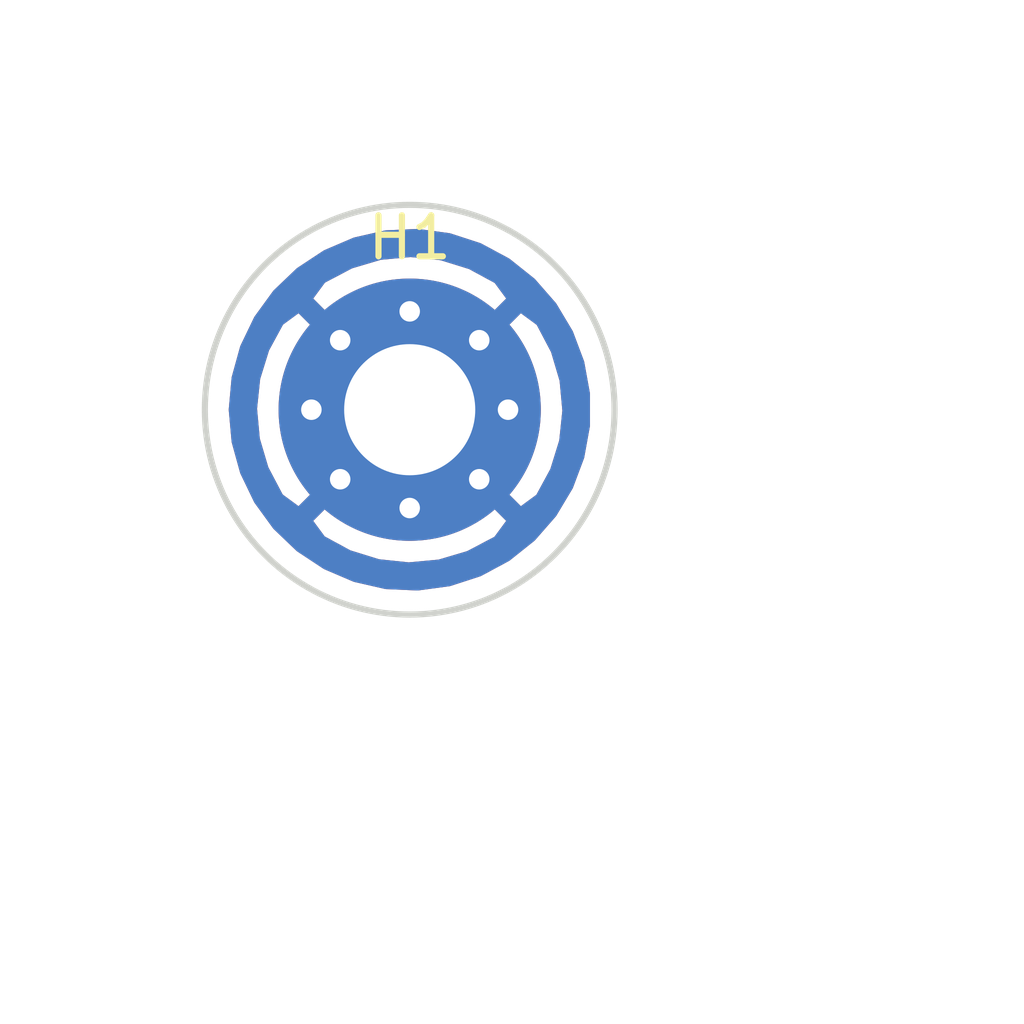
<source format=kicad_pcb>
(kicad_pcb (version 20171130) (host pcbnew "(5.1.6)-1")

  (general
    (thickness 1.6)
    (drawings 1)
    (tracks 0)
    (zones 0)
    (modules 1)
    (nets 2)
  )

  (page A4)
  (layers
    (0 F.Cu signal)
    (31 B.Cu signal)
    (32 B.Adhes user hide)
    (33 F.Adhes user hide)
    (34 B.Paste user hide)
    (35 F.Paste user hide)
    (36 B.SilkS user)
    (37 F.SilkS user)
    (38 B.Mask user)
    (39 F.Mask user)
    (40 Dwgs.User user)
    (41 Cmts.User user)
    (42 Eco1.User user)
    (43 Eco2.User user)
    (44 Edge.Cuts user)
    (45 Margin user hide)
    (46 B.CrtYd user hide)
    (47 F.CrtYd user hide)
    (48 B.Fab user hide)
    (49 F.Fab user hide)
  )

  (setup
    (last_trace_width 0.5)
    (trace_clearance 0.3)
    (zone_clearance 0.508)
    (zone_45_only no)
    (trace_min 0.2)
    (via_size 1)
    (via_drill 0.6)
    (via_min_size 0.4)
    (via_min_drill 0.3)
    (uvia_size 0.3)
    (uvia_drill 0.1)
    (uvias_allowed no)
    (uvia_min_size 0.2)
    (uvia_min_drill 0.1)
    (edge_width 0.05)
    (segment_width 0.2)
    (pcb_text_width 0.3)
    (pcb_text_size 1.5 1.5)
    (mod_edge_width 0.12)
    (mod_text_size 1 1)
    (mod_text_width 0.15)
    (pad_size 8.5 8.5)
    (pad_drill 4.3)
    (pad_to_mask_clearance 0.05)
    (aux_axis_origin 0 0)
    (visible_elements 7FFFFF7F)
    (pcbplotparams
      (layerselection 0x310fc_ffffffff)
      (usegerberextensions false)
      (usegerberattributes true)
      (usegerberadvancedattributes true)
      (creategerberjobfile false)
      (excludeedgelayer false)
      (linewidth 0.100000)
      (plotframeref false)
      (viasonmask false)
      (mode 1)
      (useauxorigin true)
      (hpglpennumber 1)
      (hpglpenspeed 20)
      (hpglpendiameter 15.000000)
      (psnegative false)
      (psa4output false)
      (plotreference true)
      (plotvalue true)
      (plotinvisibletext false)
      (padsonsilk true)
      (subtractmaskfromsilk false)
      (outputformat 1)
      (mirror false)
      (drillshape 0)
      (scaleselection 1)
      (outputdirectory "gerbers/"))
  )

  (net 0 "")
  (net 1 GND)

  (net_class Default "This is the default net class."
    (clearance 0.3)
    (trace_width 0.5)
    (via_dia 1)
    (via_drill 0.6)
    (uvia_dia 0.3)
    (uvia_drill 0.1)
    (add_net GND)
  )

  (module MountingHole:MountingHole_3.2mm_M3_Pad_Via (layer F.Cu) (tedit 56DDBCCA) (tstamp 5FCD6E3F)
    (at 105 60)
    (descr "Mounting Hole 3.2mm, M3")
    (tags "mounting hole 3.2mm m3")
    (path /5FCC1D68)
    (attr virtual)
    (fp_text reference H1 (at 0 -4.2) (layer F.SilkS)
      (effects (font (size 1 1) (thickness 0.15)))
    )
    (fp_text value MountingHole_Pad (at 0 4.2) (layer F.Fab)
      (effects (font (size 1 1) (thickness 0.15)))
    )
    (fp_circle (center 0 0) (end 3.45 0) (layer F.CrtYd) (width 0.05))
    (fp_circle (center 0 0) (end 3.2 0) (layer Cmts.User) (width 0.15))
    (fp_text user %R (at 0.3 0) (layer F.Fab)
      (effects (font (size 1 1) (thickness 0.15)))
    )
    (pad 1 thru_hole circle (at 0 0) (size 6.4 6.4) (drill 3.2) (layers *.Cu *.Mask)
      (net 1 GND))
    (pad 1 thru_hole circle (at 2.4 0) (size 0.8 0.8) (drill 0.5) (layers *.Cu *.Mask)
      (net 1 GND))
    (pad 1 thru_hole circle (at 1.697056 1.697056) (size 0.8 0.8) (drill 0.5) (layers *.Cu *.Mask)
      (net 1 GND))
    (pad 1 thru_hole circle (at 0 2.4) (size 0.8 0.8) (drill 0.5) (layers *.Cu *.Mask)
      (net 1 GND))
    (pad 1 thru_hole circle (at -1.697056 1.697056) (size 0.8 0.8) (drill 0.5) (layers *.Cu *.Mask)
      (net 1 GND))
    (pad 1 thru_hole circle (at -2.4 0) (size 0.8 0.8) (drill 0.5) (layers *.Cu *.Mask)
      (net 1 GND))
    (pad 1 thru_hole circle (at -1.697056 -1.697056) (size 0.8 0.8) (drill 0.5) (layers *.Cu *.Mask)
      (net 1 GND))
    (pad 1 thru_hole circle (at 0 -2.4) (size 0.8 0.8) (drill 0.5) (layers *.Cu *.Mask)
      (net 1 GND))
    (pad 1 thru_hole circle (at 1.697056 -1.697056) (size 0.8 0.8) (drill 0.5) (layers *.Cu *.Mask)
      (net 1 GND))
  )

  (gr_circle (center 105 60) (end 110 60) (layer Edge.Cuts) (width 0.15))

  (zone (net 1) (net_name GND) (layer F.Cu) (tstamp 5FCD1D68) (hatch edge 0.508)
    (connect_pads (clearance 0.508))
    (min_thickness 0.254)
    (fill yes (arc_segments 32) (thermal_gap 0.508) (thermal_bridge_width 0.508))
    (polygon
      (pts
        (xy 120 75) (xy 95 75) (xy 95 50) (xy 120 50)
      )
    )
    (filled_polygon
      (pts
        (xy 105.954615 55.817559) (xy 106.686077 56.055226) (xy 107.363348 56.419681) (xy 107.964659 56.89921) (xy 108.470683 57.478401)
        (xy 108.865156 58.138639) (xy 109.135401 58.858702) (xy 109.27273 59.615447) (xy 109.27273 60.384553) (xy 109.135401 61.141298)
        (xy 108.865156 61.861361) (xy 108.470683 62.521599) (xy 107.964659 63.10079) (xy 107.363348 63.580319) (xy 106.686077 63.944774)
        (xy 105.954615 64.182441) (xy 105.19247 64.28568) (xy 104.424139 64.251174) (xy 103.674317 64.080032) (xy 102.967103 63.777755)
        (xy 102.325229 63.354057) (xy 101.769323 62.822557) (xy 101.680921 62.700881) (xy 102.478724 62.700881) (xy 102.838912 63.190548)
        (xy 103.502882 63.550849) (xy 104.224385 63.774694) (xy 104.975695 63.85348) (xy 105.727938 63.784178) (xy 106.452208 63.569452)
        (xy 107.12067 63.217555) (xy 107.161088 63.190548) (xy 107.521276 62.700881) (xy 105 60.179605) (xy 102.478724 62.700881)
        (xy 101.680921 62.700881) (xy 101.317255 62.200338) (xy 100.983552 61.507398) (xy 100.778942 60.766009) (xy 100.71 60)
        (xy 100.712187 59.975695) (xy 101.14652 59.975695) (xy 101.215822 60.727938) (xy 101.430548 61.452208) (xy 101.782445 62.12067)
        (xy 101.809452 62.161088) (xy 102.299119 62.521276) (xy 104.820395 60) (xy 105.179605 60) (xy 107.700881 62.521276)
        (xy 108.190548 62.161088) (xy 108.550849 61.497118) (xy 108.774694 60.775615) (xy 108.85348 60.024305) (xy 108.784178 59.272062)
        (xy 108.569452 58.547792) (xy 108.217555 57.87933) (xy 108.190548 57.838912) (xy 107.700881 57.478724) (xy 105.179605 60)
        (xy 104.820395 60) (xy 102.299119 57.478724) (xy 101.809452 57.838912) (xy 101.449151 58.502882) (xy 101.225306 59.224385)
        (xy 101.14652 59.975695) (xy 100.712187 59.975695) (xy 100.778942 59.233991) (xy 100.983552 58.492602) (xy 101.317255 57.799662)
        (xy 101.68092 57.299119) (xy 102.478724 57.299119) (xy 105 59.820395) (xy 107.521276 57.299119) (xy 107.161088 56.809452)
        (xy 106.497118 56.449151) (xy 105.775615 56.225306) (xy 105.024305 56.14652) (xy 104.272062 56.215822) (xy 103.547792 56.430548)
        (xy 102.87933 56.782445) (xy 102.838912 56.809452) (xy 102.478724 57.299119) (xy 101.68092 57.299119) (xy 101.769323 57.177443)
        (xy 102.325229 56.645943) (xy 102.967103 56.222245) (xy 103.674317 55.919968) (xy 104.424139 55.748826) (xy 105.19247 55.71432)
      )
    )
  )
  (zone (net 1) (net_name GND) (layer B.Cu) (tstamp 5FCD1D65) (hatch edge 0.508)
    (connect_pads (clearance 0.508))
    (min_thickness 0.254)
    (fill yes (arc_segments 32) (thermal_gap 0.508) (thermal_bridge_width 0.508))
    (polygon
      (pts
        (xy 120 75) (xy 95 75) (xy 95 50) (xy 120 50)
      )
    )
    (filled_polygon
      (pts
        (xy 105.954615 55.817559) (xy 106.686077 56.055226) (xy 107.363348 56.419681) (xy 107.964659 56.89921) (xy 108.470683 57.478401)
        (xy 108.865156 58.138639) (xy 109.135401 58.858702) (xy 109.27273 59.615447) (xy 109.27273 60.384553) (xy 109.135401 61.141298)
        (xy 108.865156 61.861361) (xy 108.470683 62.521599) (xy 107.964659 63.10079) (xy 107.363348 63.580319) (xy 106.686077 63.944774)
        (xy 105.954615 64.182441) (xy 105.19247 64.28568) (xy 104.424139 64.251174) (xy 103.674317 64.080032) (xy 102.967103 63.777755)
        (xy 102.325229 63.354057) (xy 101.769323 62.822557) (xy 101.680921 62.700881) (xy 102.478724 62.700881) (xy 102.838912 63.190548)
        (xy 103.502882 63.550849) (xy 104.224385 63.774694) (xy 104.975695 63.85348) (xy 105.727938 63.784178) (xy 106.452208 63.569452)
        (xy 107.12067 63.217555) (xy 107.161088 63.190548) (xy 107.521276 62.700881) (xy 105 60.179605) (xy 102.478724 62.700881)
        (xy 101.680921 62.700881) (xy 101.317255 62.200338) (xy 100.983552 61.507398) (xy 100.778942 60.766009) (xy 100.71 60)
        (xy 100.712187 59.975695) (xy 101.14652 59.975695) (xy 101.215822 60.727938) (xy 101.430548 61.452208) (xy 101.782445 62.12067)
        (xy 101.809452 62.161088) (xy 102.299119 62.521276) (xy 104.820395 60) (xy 105.179605 60) (xy 107.700881 62.521276)
        (xy 108.190548 62.161088) (xy 108.550849 61.497118) (xy 108.774694 60.775615) (xy 108.85348 60.024305) (xy 108.784178 59.272062)
        (xy 108.569452 58.547792) (xy 108.217555 57.87933) (xy 108.190548 57.838912) (xy 107.700881 57.478724) (xy 105.179605 60)
        (xy 104.820395 60) (xy 102.299119 57.478724) (xy 101.809452 57.838912) (xy 101.449151 58.502882) (xy 101.225306 59.224385)
        (xy 101.14652 59.975695) (xy 100.712187 59.975695) (xy 100.778942 59.233991) (xy 100.983552 58.492602) (xy 101.317255 57.799662)
        (xy 101.68092 57.299119) (xy 102.478724 57.299119) (xy 105 59.820395) (xy 107.521276 57.299119) (xy 107.161088 56.809452)
        (xy 106.497118 56.449151) (xy 105.775615 56.225306) (xy 105.024305 56.14652) (xy 104.272062 56.215822) (xy 103.547792 56.430548)
        (xy 102.87933 56.782445) (xy 102.838912 56.809452) (xy 102.478724 57.299119) (xy 101.68092 57.299119) (xy 101.769323 57.177443)
        (xy 102.325229 56.645943) (xy 102.967103 56.222245) (xy 103.674317 55.919968) (xy 104.424139 55.748826) (xy 105.19247 55.71432)
      )
    )
  )
)

</source>
